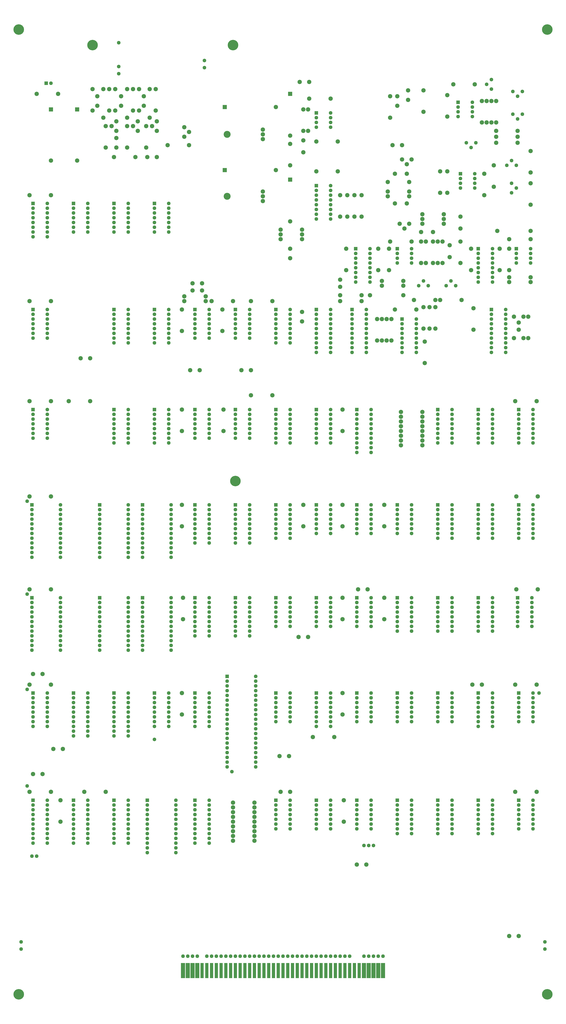
<source format=gbr>
G04 #@! TF.GenerationSoftware,KiCad,Pcbnew,(5.1.5)-3*
G04 #@! TF.CreationDate,2020-11-28T04:10:35-07:00*
G04 #@! TF.ProjectId,Star_Wars_Vector_PCB,53746172-5f57-4617-9273-5f566563746f,rev?*
G04 #@! TF.SameCoordinates,Original*
G04 #@! TF.FileFunction,Soldermask,Bot*
G04 #@! TF.FilePolarity,Negative*
%FSLAX46Y46*%
G04 Gerber Fmt 4.6, Leading zero omitted, Abs format (unit mm)*
G04 Created by KiCad (PCBNEW (5.1.5)-3) date 2020-11-28 04:10:35*
%MOMM*%
%LPD*%
G04 APERTURE LIST*
%ADD10C,5.607000*%
%ADD11C,1.924000*%
%ADD12R,1.924000X1.924000*%
%ADD13C,2.305000*%
%ADD14C,0.100000*%
%ADD15R,2.305000X2.305000*%
%ADD16C,3.702000*%
G04 APERTURE END LIST*
D10*
X30480000Y-567055000D03*
X312420000Y-567055000D03*
X146050000Y-293370000D03*
X30480000Y-52705000D03*
X69850000Y-60960000D03*
X144780000Y-60960000D03*
X312420000Y-52705000D03*
D11*
X34925000Y-304165000D03*
X34925000Y-353695000D03*
X144145000Y-448310000D03*
X102870000Y-431165000D03*
X307975000Y-406400000D03*
X34925000Y-404495000D03*
X40005000Y-493395000D03*
X37465000Y-493395000D03*
X125730000Y-546735000D03*
X123190000Y-546735000D03*
X219710000Y-487680000D03*
X214630000Y-487680000D03*
X217170000Y-487680000D03*
X214630000Y-546735000D03*
X217170000Y-546735000D03*
X146050000Y-546735000D03*
X148590000Y-546735000D03*
X151130000Y-546735000D03*
X153670000Y-546735000D03*
X156210000Y-546735000D03*
X158750000Y-546735000D03*
X161290000Y-546735000D03*
X163830000Y-546735000D03*
X166370000Y-546735000D03*
X168910000Y-546735000D03*
X171450000Y-546735000D03*
X173990000Y-546735000D03*
X176530000Y-546735000D03*
X179070000Y-546735000D03*
X181610000Y-546735000D03*
X184150000Y-546735000D03*
X143510000Y-546735000D03*
X140970000Y-546735000D03*
X138430000Y-546735000D03*
X135890000Y-546735000D03*
X133350000Y-546735000D03*
X130810000Y-546735000D03*
X186690000Y-546735000D03*
X189230000Y-546735000D03*
X191770000Y-546735000D03*
X194310000Y-546735000D03*
X196850000Y-546735000D03*
X199390000Y-546735000D03*
X201930000Y-546735000D03*
X204470000Y-546735000D03*
X207010000Y-546735000D03*
X34925000Y-455930000D03*
X129540000Y-73025000D03*
X129540000Y-69215000D03*
X83820000Y-59690000D03*
X83820000Y-76200000D03*
X83820000Y-72390000D03*
X219710000Y-546735000D03*
X120650000Y-546735000D03*
X118110000Y-546735000D03*
X31750000Y-542925000D03*
X31750000Y-539115000D03*
X222250000Y-546735000D03*
X224790000Y-546735000D03*
X297180000Y-471170000D03*
X297180000Y-468630000D03*
D12*
X297180000Y-463550000D03*
D11*
X297180000Y-466090000D03*
X297180000Y-473710000D03*
X297180000Y-476250000D03*
X297180000Y-478790000D03*
X304800000Y-478790000D03*
X304800000Y-476250000D03*
X304800000Y-473710000D03*
X304800000Y-471170000D03*
X304800000Y-468630000D03*
X304800000Y-466090000D03*
X304800000Y-463550000D03*
X275590000Y-471170000D03*
X275590000Y-468630000D03*
X275590000Y-466090000D03*
D12*
X275590000Y-463550000D03*
D11*
X275590000Y-473710000D03*
X275590000Y-476250000D03*
X275590000Y-478790000D03*
X275590000Y-481330000D03*
X283210000Y-481330000D03*
X283210000Y-478790000D03*
X283210000Y-476250000D03*
X283210000Y-473710000D03*
X283210000Y-471170000D03*
X283210000Y-468630000D03*
X283210000Y-466090000D03*
X283210000Y-463550000D03*
X254000000Y-471170000D03*
X254000000Y-468630000D03*
X254000000Y-466090000D03*
D12*
X254000000Y-463550000D03*
D11*
X254000000Y-473710000D03*
X254000000Y-476250000D03*
X254000000Y-478790000D03*
X254000000Y-481330000D03*
X261620000Y-481330000D03*
X261620000Y-478790000D03*
X261620000Y-476250000D03*
X261620000Y-473710000D03*
X261620000Y-471170000D03*
X261620000Y-468630000D03*
X261620000Y-466090000D03*
X261620000Y-463550000D03*
X232410000Y-471170000D03*
X232410000Y-468630000D03*
X232410000Y-466090000D03*
D12*
X232410000Y-463550000D03*
D11*
X232410000Y-473710000D03*
X232410000Y-476250000D03*
X232410000Y-478790000D03*
X232410000Y-481330000D03*
X240030000Y-481330000D03*
X240030000Y-478790000D03*
X240030000Y-476250000D03*
X240030000Y-473710000D03*
X240030000Y-471170000D03*
X240030000Y-468630000D03*
X240030000Y-466090000D03*
X240030000Y-463550000D03*
X210820000Y-471170000D03*
X210820000Y-468630000D03*
D12*
X210820000Y-463550000D03*
D11*
X210820000Y-466090000D03*
X210820000Y-473710000D03*
X210820000Y-476250000D03*
X210820000Y-478790000D03*
X218440000Y-478790000D03*
X218440000Y-476250000D03*
X218440000Y-473710000D03*
X218440000Y-471170000D03*
X218440000Y-468630000D03*
X218440000Y-466090000D03*
X218440000Y-463550000D03*
X189230000Y-471170000D03*
X189230000Y-468630000D03*
D12*
X189230000Y-463550000D03*
D11*
X189230000Y-466090000D03*
X189230000Y-473710000D03*
X189230000Y-476250000D03*
X189230000Y-478790000D03*
X196850000Y-478790000D03*
X196850000Y-476250000D03*
X196850000Y-473710000D03*
X196850000Y-471170000D03*
X196850000Y-468630000D03*
X196850000Y-466090000D03*
X196850000Y-463550000D03*
D12*
X124460000Y-463550000D03*
D11*
X124460000Y-466090000D03*
X124460000Y-468630000D03*
X124460000Y-471170000D03*
X124460000Y-473710000D03*
X124460000Y-476250000D03*
X124460000Y-478790000D03*
X124460000Y-481330000D03*
X124460000Y-483870000D03*
X124460000Y-486410000D03*
X132080000Y-486410000D03*
X132080000Y-483870000D03*
X132080000Y-481330000D03*
X132080000Y-478790000D03*
X132080000Y-476250000D03*
X132080000Y-473710000D03*
X132080000Y-471170000D03*
X132080000Y-468630000D03*
X132080000Y-466090000D03*
X132080000Y-463550000D03*
D12*
X99060000Y-463550000D03*
D11*
X99060000Y-466090000D03*
X99060000Y-468630000D03*
X99060000Y-471170000D03*
X99060000Y-473710000D03*
X99060000Y-476250000D03*
X99060000Y-478790000D03*
X99060000Y-481330000D03*
X99060000Y-483870000D03*
X99060000Y-486410000D03*
X99060000Y-488950000D03*
X99060000Y-491490000D03*
X114300000Y-491490000D03*
X114300000Y-488950000D03*
X114300000Y-486410000D03*
X114300000Y-483870000D03*
X114300000Y-481330000D03*
X114300000Y-478790000D03*
X114300000Y-476250000D03*
X114300000Y-473710000D03*
X114300000Y-471170000D03*
X114300000Y-468630000D03*
X114300000Y-466090000D03*
X114300000Y-463550000D03*
D12*
X81280000Y-463550000D03*
D11*
X81280000Y-466090000D03*
X81280000Y-468630000D03*
X81280000Y-471170000D03*
X81280000Y-473710000D03*
X81280000Y-476250000D03*
X81280000Y-478790000D03*
X81280000Y-481330000D03*
X81280000Y-483870000D03*
X81280000Y-486410000D03*
X88900000Y-486410000D03*
X88900000Y-483870000D03*
X88900000Y-481330000D03*
X88900000Y-478790000D03*
X88900000Y-476250000D03*
X88900000Y-473710000D03*
X88900000Y-471170000D03*
X88900000Y-468630000D03*
X88900000Y-466090000D03*
X88900000Y-463550000D03*
D12*
X59690000Y-463550000D03*
D11*
X59690000Y-466090000D03*
X59690000Y-468630000D03*
X59690000Y-471170000D03*
X59690000Y-473710000D03*
X59690000Y-476250000D03*
X59690000Y-478790000D03*
X59690000Y-481330000D03*
X59690000Y-483870000D03*
X59690000Y-486410000D03*
X67310000Y-486410000D03*
X67310000Y-483870000D03*
X67310000Y-481330000D03*
X67310000Y-478790000D03*
X67310000Y-476250000D03*
X67310000Y-473710000D03*
X67310000Y-471170000D03*
X67310000Y-468630000D03*
X67310000Y-466090000D03*
X67310000Y-463550000D03*
D12*
X38100000Y-463550000D03*
D11*
X38100000Y-466090000D03*
X38100000Y-468630000D03*
X38100000Y-471170000D03*
X38100000Y-473710000D03*
X38100000Y-476250000D03*
X38100000Y-478790000D03*
X38100000Y-481330000D03*
X38100000Y-483870000D03*
X38100000Y-486410000D03*
X45720000Y-486410000D03*
X45720000Y-483870000D03*
X45720000Y-481330000D03*
X45720000Y-478790000D03*
X45720000Y-476250000D03*
X45720000Y-473710000D03*
X45720000Y-471170000D03*
X45720000Y-468630000D03*
X45720000Y-466090000D03*
X45720000Y-463550000D03*
X297180000Y-414020000D03*
X297180000Y-411480000D03*
D12*
X297180000Y-406400000D03*
D11*
X297180000Y-408940000D03*
X297180000Y-416560000D03*
X297180000Y-419100000D03*
X297180000Y-421640000D03*
X304800000Y-421640000D03*
X304800000Y-419100000D03*
X304800000Y-416560000D03*
X304800000Y-414020000D03*
X304800000Y-411480000D03*
X304800000Y-408940000D03*
X304800000Y-406400000D03*
X275590000Y-414020000D03*
X275590000Y-411480000D03*
X275590000Y-408940000D03*
D12*
X275590000Y-406400000D03*
D11*
X275590000Y-416560000D03*
X275590000Y-419100000D03*
X275590000Y-421640000D03*
X275590000Y-424180000D03*
X283210000Y-424180000D03*
X283210000Y-421640000D03*
X283210000Y-419100000D03*
X283210000Y-416560000D03*
X283210000Y-414020000D03*
X283210000Y-411480000D03*
X283210000Y-408940000D03*
X283210000Y-406400000D03*
X254000000Y-414020000D03*
X254000000Y-411480000D03*
D12*
X254000000Y-406400000D03*
D11*
X254000000Y-408940000D03*
X254000000Y-416560000D03*
X254000000Y-419100000D03*
X254000000Y-421640000D03*
X261620000Y-421640000D03*
X261620000Y-419100000D03*
X261620000Y-416560000D03*
X261620000Y-414020000D03*
X261620000Y-411480000D03*
X261620000Y-408940000D03*
X261620000Y-406400000D03*
X232410000Y-414020000D03*
X232410000Y-411480000D03*
D12*
X232410000Y-406400000D03*
D11*
X232410000Y-408940000D03*
X232410000Y-416560000D03*
X232410000Y-419100000D03*
X232410000Y-421640000D03*
X240030000Y-421640000D03*
X240030000Y-419100000D03*
X240030000Y-416560000D03*
X240030000Y-414020000D03*
X240030000Y-411480000D03*
X240030000Y-408940000D03*
X240030000Y-406400000D03*
X210820000Y-414020000D03*
X210820000Y-411480000D03*
D12*
X210820000Y-406400000D03*
D11*
X210820000Y-408940000D03*
X210820000Y-416560000D03*
X210820000Y-419100000D03*
X210820000Y-421640000D03*
X218440000Y-421640000D03*
X218440000Y-419100000D03*
X218440000Y-416560000D03*
X218440000Y-414020000D03*
X218440000Y-411480000D03*
X218440000Y-408940000D03*
X218440000Y-406400000D03*
X189230000Y-414020000D03*
X189230000Y-411480000D03*
X189230000Y-408940000D03*
D12*
X189230000Y-406400000D03*
D11*
X189230000Y-416560000D03*
X189230000Y-419100000D03*
X189230000Y-421640000D03*
X189230000Y-424180000D03*
X196850000Y-424180000D03*
X196850000Y-421640000D03*
X196850000Y-419100000D03*
X196850000Y-416560000D03*
X196850000Y-414020000D03*
X196850000Y-411480000D03*
X196850000Y-408940000D03*
X196850000Y-406400000D03*
X167640000Y-414020000D03*
X167640000Y-411480000D03*
D12*
X167640000Y-406400000D03*
D11*
X167640000Y-408940000D03*
X167640000Y-416560000D03*
X167640000Y-419100000D03*
X167640000Y-421640000D03*
X175260000Y-421640000D03*
X175260000Y-419100000D03*
X175260000Y-416560000D03*
X175260000Y-414020000D03*
X175260000Y-411480000D03*
X175260000Y-408940000D03*
X175260000Y-406400000D03*
X156845000Y-427990000D03*
X156845000Y-430530000D03*
X156845000Y-433070000D03*
X156845000Y-435610000D03*
X156845000Y-438150000D03*
X156845000Y-440690000D03*
X156845000Y-443230000D03*
X156845000Y-445770000D03*
X141605000Y-445770000D03*
X141605000Y-443230000D03*
X141605000Y-440690000D03*
X141605000Y-438150000D03*
X141605000Y-435610000D03*
X141605000Y-433070000D03*
X141605000Y-430530000D03*
X141605000Y-427990000D03*
D12*
X141605000Y-397510000D03*
D11*
X141605000Y-400050000D03*
X141605000Y-402590000D03*
X141605000Y-405130000D03*
X141605000Y-407670000D03*
X141605000Y-410210000D03*
X141605000Y-412750000D03*
X141605000Y-415290000D03*
X141605000Y-417830000D03*
X141605000Y-420370000D03*
X141605000Y-422910000D03*
X141605000Y-425450000D03*
X156845000Y-425450000D03*
X156845000Y-422910000D03*
X156845000Y-420370000D03*
X156845000Y-417830000D03*
X156845000Y-415290000D03*
X156845000Y-412750000D03*
X156845000Y-410210000D03*
X156845000Y-407670000D03*
X156845000Y-405130000D03*
X156845000Y-402590000D03*
X156845000Y-400050000D03*
X156845000Y-397510000D03*
X124460000Y-414020000D03*
X124460000Y-411480000D03*
X124460000Y-408940000D03*
D12*
X124460000Y-406400000D03*
D11*
X124460000Y-416560000D03*
X124460000Y-419100000D03*
X124460000Y-421640000D03*
X124460000Y-424180000D03*
X132080000Y-424180000D03*
X132080000Y-421640000D03*
X132080000Y-419100000D03*
X132080000Y-416560000D03*
X132080000Y-414020000D03*
X132080000Y-411480000D03*
X132080000Y-408940000D03*
X132080000Y-406400000D03*
X102870000Y-414020000D03*
X102870000Y-411480000D03*
X102870000Y-408940000D03*
D12*
X102870000Y-406400000D03*
D11*
X102870000Y-416560000D03*
X102870000Y-419100000D03*
X102870000Y-421640000D03*
X102870000Y-424180000D03*
X110490000Y-424180000D03*
X110490000Y-421640000D03*
X110490000Y-419100000D03*
X110490000Y-416560000D03*
X110490000Y-414020000D03*
X110490000Y-411480000D03*
X110490000Y-408940000D03*
X110490000Y-406400000D03*
D12*
X81280000Y-406400000D03*
D11*
X81280000Y-408940000D03*
X81280000Y-411480000D03*
X81280000Y-414020000D03*
X81280000Y-416560000D03*
X81280000Y-419100000D03*
X81280000Y-421640000D03*
X81280000Y-424180000D03*
X81280000Y-426720000D03*
X81280000Y-429260000D03*
X88900000Y-429260000D03*
X88900000Y-426720000D03*
X88900000Y-424180000D03*
X88900000Y-421640000D03*
X88900000Y-419100000D03*
X88900000Y-416560000D03*
X88900000Y-414020000D03*
X88900000Y-411480000D03*
X88900000Y-408940000D03*
X88900000Y-406400000D03*
D12*
X59690000Y-406400000D03*
D11*
X59690000Y-408940000D03*
X59690000Y-411480000D03*
X59690000Y-414020000D03*
X59690000Y-416560000D03*
X59690000Y-419100000D03*
X59690000Y-421640000D03*
X59690000Y-424180000D03*
X59690000Y-426720000D03*
X59690000Y-429260000D03*
X67310000Y-429260000D03*
X67310000Y-426720000D03*
X67310000Y-424180000D03*
X67310000Y-421640000D03*
X67310000Y-419100000D03*
X67310000Y-416560000D03*
X67310000Y-414020000D03*
X67310000Y-411480000D03*
X67310000Y-408940000D03*
X67310000Y-406400000D03*
X38100000Y-414020000D03*
X38100000Y-411480000D03*
X38100000Y-408940000D03*
D12*
X38100000Y-406400000D03*
D11*
X38100000Y-416560000D03*
X38100000Y-419100000D03*
X38100000Y-421640000D03*
X38100000Y-424180000D03*
X45720000Y-424180000D03*
X45720000Y-421640000D03*
X45720000Y-419100000D03*
X45720000Y-416560000D03*
X45720000Y-414020000D03*
X45720000Y-411480000D03*
X45720000Y-408940000D03*
X45720000Y-406400000D03*
X296545000Y-363220000D03*
X296545000Y-360680000D03*
D12*
X296545000Y-355600000D03*
D11*
X296545000Y-358140000D03*
X296545000Y-365760000D03*
X296545000Y-368300000D03*
X296545000Y-370840000D03*
X304165000Y-370840000D03*
X304165000Y-368300000D03*
X304165000Y-365760000D03*
X304165000Y-363220000D03*
X304165000Y-360680000D03*
X304165000Y-358140000D03*
X304165000Y-355600000D03*
X275590000Y-363220000D03*
X275590000Y-360680000D03*
X275590000Y-358140000D03*
D12*
X275590000Y-355600000D03*
D11*
X275590000Y-365760000D03*
X275590000Y-368300000D03*
X275590000Y-370840000D03*
X275590000Y-373380000D03*
X283210000Y-373380000D03*
X283210000Y-370840000D03*
X283210000Y-368300000D03*
X283210000Y-365760000D03*
X283210000Y-363220000D03*
X283210000Y-360680000D03*
X283210000Y-358140000D03*
X283210000Y-355600000D03*
X254000000Y-363220000D03*
X254000000Y-360680000D03*
X254000000Y-358140000D03*
D12*
X254000000Y-355600000D03*
D11*
X254000000Y-365760000D03*
X254000000Y-368300000D03*
X254000000Y-370840000D03*
X254000000Y-373380000D03*
X261620000Y-373380000D03*
X261620000Y-370840000D03*
X261620000Y-368300000D03*
X261620000Y-365760000D03*
X261620000Y-363220000D03*
X261620000Y-360680000D03*
X261620000Y-358140000D03*
X261620000Y-355600000D03*
X232410000Y-363220000D03*
X232410000Y-360680000D03*
X232410000Y-358140000D03*
D12*
X232410000Y-355600000D03*
D11*
X232410000Y-365760000D03*
X232410000Y-368300000D03*
X232410000Y-370840000D03*
X232410000Y-373380000D03*
X240030000Y-373380000D03*
X240030000Y-370840000D03*
X240030000Y-368300000D03*
X240030000Y-365760000D03*
X240030000Y-363220000D03*
X240030000Y-360680000D03*
X240030000Y-358140000D03*
X240030000Y-355600000D03*
X210820000Y-363220000D03*
X210820000Y-360680000D03*
D12*
X210820000Y-355600000D03*
D11*
X210820000Y-358140000D03*
X210820000Y-365760000D03*
X210820000Y-368300000D03*
X210820000Y-370840000D03*
X218440000Y-370840000D03*
X218440000Y-368300000D03*
X218440000Y-365760000D03*
X218440000Y-363220000D03*
X218440000Y-360680000D03*
X218440000Y-358140000D03*
X218440000Y-355600000D03*
X189230000Y-363220000D03*
X189230000Y-360680000D03*
D12*
X189230000Y-355600000D03*
D11*
X189230000Y-358140000D03*
X189230000Y-365760000D03*
X189230000Y-368300000D03*
X189230000Y-370840000D03*
X196850000Y-370840000D03*
X196850000Y-368300000D03*
X196850000Y-365760000D03*
X196850000Y-363220000D03*
X196850000Y-360680000D03*
X196850000Y-358140000D03*
X196850000Y-355600000D03*
X167640000Y-363220000D03*
X167640000Y-360680000D03*
D12*
X167640000Y-355600000D03*
D11*
X167640000Y-358140000D03*
X167640000Y-365760000D03*
X167640000Y-368300000D03*
X167640000Y-370840000D03*
X175260000Y-370840000D03*
X175260000Y-368300000D03*
X175260000Y-365760000D03*
X175260000Y-363220000D03*
X175260000Y-360680000D03*
X175260000Y-358140000D03*
X175260000Y-355600000D03*
X146050000Y-365760000D03*
X146050000Y-363220000D03*
X146050000Y-360680000D03*
X146050000Y-358140000D03*
D12*
X146050000Y-355600000D03*
D11*
X146050000Y-368300000D03*
X146050000Y-370840000D03*
X146050000Y-373380000D03*
X146050000Y-375920000D03*
X153670000Y-375920000D03*
X153670000Y-373380000D03*
X153670000Y-370840000D03*
X153670000Y-368300000D03*
X153670000Y-365760000D03*
X153670000Y-363220000D03*
X153670000Y-360680000D03*
X153670000Y-358140000D03*
X153670000Y-355600000D03*
X124460000Y-365760000D03*
X124460000Y-363220000D03*
X124460000Y-360680000D03*
X124460000Y-358140000D03*
D12*
X124460000Y-355600000D03*
D11*
X124460000Y-368300000D03*
X124460000Y-370840000D03*
X124460000Y-373380000D03*
X124460000Y-375920000D03*
X132080000Y-375920000D03*
X132080000Y-373380000D03*
X132080000Y-370840000D03*
X132080000Y-368300000D03*
X132080000Y-365760000D03*
X132080000Y-363220000D03*
X132080000Y-360680000D03*
X132080000Y-358140000D03*
X132080000Y-355600000D03*
D12*
X96520000Y-355600000D03*
D11*
X96520000Y-358140000D03*
X96520000Y-360680000D03*
X96520000Y-363220000D03*
X96520000Y-365760000D03*
X96520000Y-368300000D03*
X96520000Y-370840000D03*
X96520000Y-373380000D03*
X96520000Y-375920000D03*
X96520000Y-378460000D03*
X96520000Y-381000000D03*
X96520000Y-383540000D03*
X111760000Y-383540000D03*
X111760000Y-381000000D03*
X111760000Y-378460000D03*
X111760000Y-375920000D03*
X111760000Y-373380000D03*
X111760000Y-370840000D03*
X111760000Y-368300000D03*
X111760000Y-365760000D03*
X111760000Y-363220000D03*
X111760000Y-360680000D03*
X111760000Y-358140000D03*
X111760000Y-355600000D03*
D12*
X73660000Y-355600000D03*
D11*
X73660000Y-358140000D03*
X73660000Y-360680000D03*
X73660000Y-363220000D03*
X73660000Y-365760000D03*
X73660000Y-368300000D03*
X73660000Y-370840000D03*
X73660000Y-373380000D03*
X73660000Y-375920000D03*
X73660000Y-378460000D03*
X73660000Y-381000000D03*
X73660000Y-383540000D03*
X88900000Y-383540000D03*
X88900000Y-381000000D03*
X88900000Y-378460000D03*
X88900000Y-375920000D03*
X88900000Y-373380000D03*
X88900000Y-370840000D03*
X88900000Y-368300000D03*
X88900000Y-365760000D03*
X88900000Y-363220000D03*
X88900000Y-360680000D03*
X88900000Y-358140000D03*
X88900000Y-355600000D03*
D12*
X37465000Y-355600000D03*
D11*
X37465000Y-358140000D03*
X37465000Y-360680000D03*
X37465000Y-363220000D03*
X37465000Y-365760000D03*
X37465000Y-368300000D03*
X37465000Y-370840000D03*
X37465000Y-373380000D03*
X37465000Y-375920000D03*
X37465000Y-378460000D03*
X37465000Y-381000000D03*
X37465000Y-383540000D03*
X52705000Y-383540000D03*
X52705000Y-381000000D03*
X52705000Y-378460000D03*
X52705000Y-375920000D03*
X52705000Y-373380000D03*
X52705000Y-370840000D03*
X52705000Y-368300000D03*
X52705000Y-365760000D03*
X52705000Y-363220000D03*
X52705000Y-360680000D03*
X52705000Y-358140000D03*
X52705000Y-355600000D03*
X297180000Y-313690000D03*
X297180000Y-311150000D03*
X297180000Y-308610000D03*
D12*
X297180000Y-306070000D03*
D11*
X297180000Y-316230000D03*
X297180000Y-318770000D03*
X297180000Y-321310000D03*
X297180000Y-323850000D03*
X304800000Y-323850000D03*
X304800000Y-321310000D03*
X304800000Y-318770000D03*
X304800000Y-316230000D03*
X304800000Y-313690000D03*
X304800000Y-311150000D03*
X304800000Y-308610000D03*
X304800000Y-306070000D03*
X275590000Y-313690000D03*
X275590000Y-311150000D03*
X275590000Y-308610000D03*
D12*
X275590000Y-306070000D03*
D11*
X275590000Y-316230000D03*
X275590000Y-318770000D03*
X275590000Y-321310000D03*
X275590000Y-323850000D03*
X283210000Y-323850000D03*
X283210000Y-321310000D03*
X283210000Y-318770000D03*
X283210000Y-316230000D03*
X283210000Y-313690000D03*
X283210000Y-311150000D03*
X283210000Y-308610000D03*
X283210000Y-306070000D03*
X254000000Y-313690000D03*
X254000000Y-311150000D03*
X254000000Y-308610000D03*
D12*
X254000000Y-306070000D03*
D11*
X254000000Y-316230000D03*
X254000000Y-318770000D03*
X254000000Y-321310000D03*
X254000000Y-323850000D03*
X261620000Y-323850000D03*
X261620000Y-321310000D03*
X261620000Y-318770000D03*
X261620000Y-316230000D03*
X261620000Y-313690000D03*
X261620000Y-311150000D03*
X261620000Y-308610000D03*
X261620000Y-306070000D03*
X232410000Y-313690000D03*
X232410000Y-311150000D03*
D12*
X232410000Y-306070000D03*
D11*
X232410000Y-308610000D03*
X232410000Y-316230000D03*
X232410000Y-318770000D03*
X232410000Y-321310000D03*
X240030000Y-321310000D03*
X240030000Y-318770000D03*
X240030000Y-316230000D03*
X240030000Y-313690000D03*
X240030000Y-311150000D03*
X240030000Y-308610000D03*
X240030000Y-306070000D03*
X210820000Y-313690000D03*
X210820000Y-311150000D03*
D12*
X210820000Y-306070000D03*
D11*
X210820000Y-308610000D03*
X210820000Y-316230000D03*
X210820000Y-318770000D03*
X210820000Y-321310000D03*
X218440000Y-321310000D03*
X218440000Y-318770000D03*
X218440000Y-316230000D03*
X218440000Y-313690000D03*
X218440000Y-311150000D03*
X218440000Y-308610000D03*
X218440000Y-306070000D03*
X189230000Y-313690000D03*
X189230000Y-311150000D03*
D12*
X189230000Y-306070000D03*
D11*
X189230000Y-308610000D03*
X189230000Y-316230000D03*
X189230000Y-318770000D03*
X189230000Y-321310000D03*
X196850000Y-321310000D03*
X196850000Y-318770000D03*
X196850000Y-316230000D03*
X196850000Y-313690000D03*
X196850000Y-311150000D03*
X196850000Y-308610000D03*
X196850000Y-306070000D03*
X167640000Y-313690000D03*
X167640000Y-311150000D03*
X167640000Y-308610000D03*
D12*
X167640000Y-306070000D03*
D11*
X167640000Y-316230000D03*
X167640000Y-318770000D03*
X167640000Y-321310000D03*
X167640000Y-323850000D03*
X175260000Y-323850000D03*
X175260000Y-321310000D03*
X175260000Y-318770000D03*
X175260000Y-316230000D03*
X175260000Y-313690000D03*
X175260000Y-311150000D03*
X175260000Y-308610000D03*
X175260000Y-306070000D03*
X146050000Y-316230000D03*
X146050000Y-313690000D03*
X146050000Y-311150000D03*
X146050000Y-308610000D03*
D12*
X146050000Y-306070000D03*
D11*
X146050000Y-318770000D03*
X146050000Y-321310000D03*
X146050000Y-323850000D03*
X146050000Y-326390000D03*
X153670000Y-326390000D03*
X153670000Y-323850000D03*
X153670000Y-321310000D03*
X153670000Y-318770000D03*
X153670000Y-316230000D03*
X153670000Y-313690000D03*
X153670000Y-311150000D03*
X153670000Y-308610000D03*
X153670000Y-306070000D03*
X124460000Y-316230000D03*
X124460000Y-313690000D03*
X124460000Y-311150000D03*
X124460000Y-308610000D03*
D12*
X124460000Y-306070000D03*
D11*
X124460000Y-318770000D03*
X124460000Y-321310000D03*
X124460000Y-323850000D03*
X124460000Y-326390000D03*
X132080000Y-326390000D03*
X132080000Y-323850000D03*
X132080000Y-321310000D03*
X132080000Y-318770000D03*
X132080000Y-316230000D03*
X132080000Y-313690000D03*
X132080000Y-311150000D03*
X132080000Y-308610000D03*
X132080000Y-306070000D03*
D12*
X96520000Y-306070000D03*
D11*
X96520000Y-308610000D03*
X96520000Y-311150000D03*
X96520000Y-313690000D03*
X96520000Y-316230000D03*
X96520000Y-318770000D03*
X96520000Y-321310000D03*
X96520000Y-323850000D03*
X96520000Y-326390000D03*
X96520000Y-328930000D03*
X96520000Y-331470000D03*
X96520000Y-334010000D03*
X111760000Y-334010000D03*
X111760000Y-331470000D03*
X111760000Y-328930000D03*
X111760000Y-326390000D03*
X111760000Y-323850000D03*
X111760000Y-321310000D03*
X111760000Y-318770000D03*
X111760000Y-316230000D03*
X111760000Y-313690000D03*
X111760000Y-311150000D03*
X111760000Y-308610000D03*
X111760000Y-306070000D03*
D12*
X73660000Y-306070000D03*
D11*
X73660000Y-308610000D03*
X73660000Y-311150000D03*
X73660000Y-313690000D03*
X73660000Y-316230000D03*
X73660000Y-318770000D03*
X73660000Y-321310000D03*
X73660000Y-323850000D03*
X73660000Y-326390000D03*
X73660000Y-328930000D03*
X73660000Y-331470000D03*
X73660000Y-334010000D03*
X88900000Y-334010000D03*
X88900000Y-331470000D03*
X88900000Y-328930000D03*
X88900000Y-326390000D03*
X88900000Y-323850000D03*
X88900000Y-321310000D03*
X88900000Y-318770000D03*
X88900000Y-316230000D03*
X88900000Y-313690000D03*
X88900000Y-311150000D03*
X88900000Y-308610000D03*
X88900000Y-306070000D03*
D12*
X37465000Y-306070000D03*
D11*
X37465000Y-308610000D03*
X37465000Y-311150000D03*
X37465000Y-313690000D03*
X37465000Y-316230000D03*
X37465000Y-318770000D03*
X37465000Y-321310000D03*
X37465000Y-323850000D03*
X37465000Y-326390000D03*
X37465000Y-328930000D03*
X37465000Y-331470000D03*
X37465000Y-334010000D03*
X52705000Y-334010000D03*
X52705000Y-331470000D03*
X52705000Y-328930000D03*
X52705000Y-326390000D03*
X52705000Y-323850000D03*
X52705000Y-321310000D03*
X52705000Y-318770000D03*
X52705000Y-316230000D03*
X52705000Y-313690000D03*
X52705000Y-311150000D03*
X52705000Y-308610000D03*
X52705000Y-306070000D03*
X297180000Y-262890000D03*
X297180000Y-260350000D03*
X297180000Y-257810000D03*
D12*
X297180000Y-255270000D03*
D11*
X297180000Y-265430000D03*
X297180000Y-267970000D03*
X297180000Y-270510000D03*
X297180000Y-273050000D03*
X304800000Y-273050000D03*
X304800000Y-270510000D03*
X304800000Y-267970000D03*
X304800000Y-265430000D03*
X304800000Y-262890000D03*
X304800000Y-260350000D03*
X304800000Y-257810000D03*
X304800000Y-255270000D03*
X275590000Y-262890000D03*
X275590000Y-260350000D03*
X275590000Y-257810000D03*
D12*
X275590000Y-255270000D03*
D11*
X275590000Y-265430000D03*
X275590000Y-267970000D03*
X275590000Y-270510000D03*
X275590000Y-273050000D03*
X283210000Y-273050000D03*
X283210000Y-270510000D03*
X283210000Y-267970000D03*
X283210000Y-265430000D03*
X283210000Y-262890000D03*
X283210000Y-260350000D03*
X283210000Y-257810000D03*
X283210000Y-255270000D03*
X254000000Y-262890000D03*
X254000000Y-260350000D03*
X254000000Y-257810000D03*
D12*
X254000000Y-255270000D03*
D11*
X254000000Y-265430000D03*
X254000000Y-267970000D03*
X254000000Y-270510000D03*
X254000000Y-273050000D03*
X261620000Y-273050000D03*
X261620000Y-270510000D03*
X261620000Y-267970000D03*
X261620000Y-265430000D03*
X261620000Y-262890000D03*
X261620000Y-260350000D03*
X261620000Y-257810000D03*
X261620000Y-255270000D03*
D12*
X210820000Y-255270000D03*
D11*
X210820000Y-257810000D03*
X210820000Y-260350000D03*
X210820000Y-262890000D03*
X210820000Y-265430000D03*
X210820000Y-267970000D03*
X210820000Y-270510000D03*
X210820000Y-273050000D03*
X210820000Y-275590000D03*
X210820000Y-278130000D03*
X218440000Y-278130000D03*
X218440000Y-275590000D03*
X218440000Y-273050000D03*
X218440000Y-270510000D03*
X218440000Y-267970000D03*
X218440000Y-265430000D03*
X218440000Y-262890000D03*
X218440000Y-260350000D03*
X218440000Y-257810000D03*
X218440000Y-255270000D03*
X189230000Y-262890000D03*
X189230000Y-260350000D03*
X189230000Y-257810000D03*
D12*
X189230000Y-255270000D03*
D11*
X189230000Y-265430000D03*
X189230000Y-267970000D03*
X189230000Y-270510000D03*
X189230000Y-273050000D03*
X196850000Y-273050000D03*
X196850000Y-270510000D03*
X196850000Y-267970000D03*
X196850000Y-265430000D03*
X196850000Y-262890000D03*
X196850000Y-260350000D03*
X196850000Y-257810000D03*
X196850000Y-255270000D03*
X167640000Y-262890000D03*
X167640000Y-260350000D03*
X167640000Y-257810000D03*
D12*
X167640000Y-255270000D03*
D11*
X167640000Y-265430000D03*
X167640000Y-267970000D03*
X167640000Y-270510000D03*
X167640000Y-273050000D03*
X175260000Y-273050000D03*
X175260000Y-270510000D03*
X175260000Y-267970000D03*
X175260000Y-265430000D03*
X175260000Y-262890000D03*
X175260000Y-260350000D03*
X175260000Y-257810000D03*
X175260000Y-255270000D03*
X146050000Y-262890000D03*
X146050000Y-260350000D03*
D12*
X146050000Y-255270000D03*
D11*
X146050000Y-257810000D03*
X146050000Y-265430000D03*
X146050000Y-267970000D03*
X146050000Y-270510000D03*
X153670000Y-270510000D03*
X153670000Y-267970000D03*
X153670000Y-265430000D03*
X153670000Y-262890000D03*
X153670000Y-260350000D03*
X153670000Y-257810000D03*
X153670000Y-255270000D03*
X124460000Y-262890000D03*
X124460000Y-260350000D03*
D12*
X124460000Y-255270000D03*
D11*
X124460000Y-257810000D03*
X124460000Y-265430000D03*
X124460000Y-267970000D03*
X124460000Y-270510000D03*
X132080000Y-270510000D03*
X132080000Y-267970000D03*
X132080000Y-265430000D03*
X132080000Y-262890000D03*
X132080000Y-260350000D03*
X132080000Y-257810000D03*
X132080000Y-255270000D03*
X102870000Y-262890000D03*
X102870000Y-260350000D03*
X102870000Y-257810000D03*
D12*
X102870000Y-255270000D03*
D11*
X102870000Y-265430000D03*
X102870000Y-267970000D03*
X102870000Y-270510000D03*
X102870000Y-273050000D03*
X110490000Y-273050000D03*
X110490000Y-270510000D03*
X110490000Y-267970000D03*
X110490000Y-265430000D03*
X110490000Y-262890000D03*
X110490000Y-260350000D03*
X110490000Y-257810000D03*
X110490000Y-255270000D03*
X81280000Y-262890000D03*
X81280000Y-260350000D03*
X81280000Y-257810000D03*
D12*
X81280000Y-255270000D03*
D11*
X81280000Y-265430000D03*
X81280000Y-267970000D03*
X81280000Y-270510000D03*
X81280000Y-273050000D03*
X88900000Y-273050000D03*
X88900000Y-270510000D03*
X88900000Y-267970000D03*
X88900000Y-265430000D03*
X88900000Y-262890000D03*
X88900000Y-260350000D03*
X88900000Y-257810000D03*
X88900000Y-255270000D03*
X38100000Y-262890000D03*
X38100000Y-260350000D03*
D12*
X38100000Y-255270000D03*
D11*
X38100000Y-257810000D03*
X38100000Y-265430000D03*
X38100000Y-267970000D03*
X38100000Y-270510000D03*
X45720000Y-270510000D03*
X45720000Y-267970000D03*
X45720000Y-265430000D03*
X45720000Y-262890000D03*
X45720000Y-260350000D03*
X45720000Y-257810000D03*
X45720000Y-255270000D03*
D12*
X282575000Y-201930000D03*
D11*
X282575000Y-204470000D03*
X282575000Y-207010000D03*
X282575000Y-209550000D03*
X282575000Y-212090000D03*
X282575000Y-214630000D03*
X282575000Y-217170000D03*
X282575000Y-219710000D03*
X282575000Y-222250000D03*
X282575000Y-224790000D03*
X290195000Y-224790000D03*
X290195000Y-222250000D03*
X290195000Y-219710000D03*
X290195000Y-217170000D03*
X290195000Y-214630000D03*
X290195000Y-212090000D03*
X290195000Y-209550000D03*
X290195000Y-207010000D03*
X290195000Y-204470000D03*
X290195000Y-201930000D03*
X242570000Y-207010000D03*
X242570000Y-209550000D03*
X242570000Y-212090000D03*
X242570000Y-214630000D03*
X242570000Y-217170000D03*
X242570000Y-219710000D03*
X242570000Y-222250000D03*
X242570000Y-224790000D03*
X234950000Y-224790000D03*
X234950000Y-222250000D03*
X234950000Y-219710000D03*
X234950000Y-217170000D03*
D12*
X234950000Y-207010000D03*
D11*
X234950000Y-209550000D03*
X234950000Y-212090000D03*
X234950000Y-214630000D03*
D12*
X208280000Y-201930000D03*
D11*
X208280000Y-204470000D03*
X208280000Y-207010000D03*
X208280000Y-209550000D03*
X208280000Y-212090000D03*
X208280000Y-214630000D03*
X208280000Y-217170000D03*
X208280000Y-219710000D03*
X208280000Y-222250000D03*
X208280000Y-224790000D03*
X215900000Y-224790000D03*
X215900000Y-222250000D03*
X215900000Y-219710000D03*
X215900000Y-217170000D03*
X215900000Y-214630000D03*
X215900000Y-212090000D03*
X215900000Y-209550000D03*
X215900000Y-207010000D03*
X215900000Y-204470000D03*
X215900000Y-201930000D03*
D12*
X189230000Y-201930000D03*
D11*
X189230000Y-204470000D03*
X189230000Y-207010000D03*
X189230000Y-209550000D03*
X189230000Y-212090000D03*
X189230000Y-214630000D03*
X189230000Y-217170000D03*
X189230000Y-219710000D03*
X189230000Y-222250000D03*
X189230000Y-224790000D03*
X196850000Y-224790000D03*
X196850000Y-222250000D03*
X196850000Y-219710000D03*
X196850000Y-217170000D03*
X196850000Y-214630000D03*
X196850000Y-212090000D03*
X196850000Y-209550000D03*
X196850000Y-207010000D03*
X196850000Y-204470000D03*
X196850000Y-201930000D03*
X167640000Y-209550000D03*
X167640000Y-207010000D03*
X167640000Y-204470000D03*
D12*
X167640000Y-201930000D03*
D11*
X167640000Y-212090000D03*
X167640000Y-214630000D03*
X167640000Y-217170000D03*
X167640000Y-219710000D03*
X175260000Y-219710000D03*
X175260000Y-217170000D03*
X175260000Y-214630000D03*
X175260000Y-212090000D03*
X175260000Y-209550000D03*
X175260000Y-207010000D03*
X175260000Y-204470000D03*
X175260000Y-201930000D03*
X146050000Y-209550000D03*
X146050000Y-207010000D03*
D12*
X146050000Y-201930000D03*
D11*
X146050000Y-204470000D03*
X146050000Y-212090000D03*
X146050000Y-214630000D03*
X146050000Y-217170000D03*
X153670000Y-217170000D03*
X153670000Y-214630000D03*
X153670000Y-212090000D03*
X153670000Y-209550000D03*
X153670000Y-207010000D03*
X153670000Y-204470000D03*
X153670000Y-201930000D03*
X124460000Y-209550000D03*
X124460000Y-207010000D03*
D12*
X124460000Y-201930000D03*
D11*
X124460000Y-204470000D03*
X124460000Y-212090000D03*
X124460000Y-214630000D03*
X124460000Y-217170000D03*
X132080000Y-217170000D03*
X132080000Y-214630000D03*
X132080000Y-212090000D03*
X132080000Y-209550000D03*
X132080000Y-207010000D03*
X132080000Y-204470000D03*
X132080000Y-201930000D03*
X102870000Y-209550000D03*
X102870000Y-207010000D03*
X102870000Y-204470000D03*
D12*
X102870000Y-201930000D03*
D11*
X102870000Y-212090000D03*
X102870000Y-214630000D03*
X102870000Y-217170000D03*
X102870000Y-219710000D03*
X110490000Y-219710000D03*
X110490000Y-217170000D03*
X110490000Y-214630000D03*
X110490000Y-212090000D03*
X110490000Y-209550000D03*
X110490000Y-207010000D03*
X110490000Y-204470000D03*
X110490000Y-201930000D03*
X81280000Y-209550000D03*
X81280000Y-207010000D03*
X81280000Y-204470000D03*
D12*
X81280000Y-201930000D03*
D11*
X81280000Y-212090000D03*
X81280000Y-214630000D03*
X81280000Y-217170000D03*
X81280000Y-219710000D03*
X88900000Y-219710000D03*
X88900000Y-217170000D03*
X88900000Y-214630000D03*
X88900000Y-212090000D03*
X88900000Y-209550000D03*
X88900000Y-207010000D03*
X88900000Y-204470000D03*
X88900000Y-201930000D03*
X38100000Y-209550000D03*
X38100000Y-207010000D03*
D12*
X38100000Y-201930000D03*
D11*
X38100000Y-204470000D03*
X38100000Y-212090000D03*
X38100000Y-214630000D03*
X38100000Y-217170000D03*
X45720000Y-217170000D03*
X45720000Y-214630000D03*
X45720000Y-212090000D03*
X45720000Y-209550000D03*
X45720000Y-207010000D03*
X45720000Y-204470000D03*
X45720000Y-201930000D03*
X295910000Y-172085000D03*
D12*
X295910000Y-169545000D03*
D11*
X295910000Y-174625000D03*
X295910000Y-177165000D03*
X303530000Y-177165000D03*
X303530000Y-174625000D03*
X303530000Y-172085000D03*
X303530000Y-169545000D03*
X275590000Y-177165000D03*
X275590000Y-174625000D03*
X275590000Y-172085000D03*
D12*
X275590000Y-169545000D03*
D11*
X275590000Y-179705000D03*
X275590000Y-182245000D03*
X275590000Y-184785000D03*
X275590000Y-187325000D03*
X283210000Y-187325000D03*
X283210000Y-184785000D03*
X283210000Y-182245000D03*
X283210000Y-179705000D03*
X283210000Y-177165000D03*
X283210000Y-174625000D03*
X283210000Y-172085000D03*
X283210000Y-169545000D03*
X232410000Y-172085000D03*
D12*
X232410000Y-169545000D03*
D11*
X232410000Y-174625000D03*
X232410000Y-177165000D03*
X240030000Y-177165000D03*
X240030000Y-174625000D03*
X240030000Y-172085000D03*
X240030000Y-169545000D03*
X210185000Y-177165000D03*
X210185000Y-174625000D03*
X210185000Y-172085000D03*
D12*
X210185000Y-169545000D03*
D11*
X210185000Y-179705000D03*
X210185000Y-182245000D03*
X210185000Y-184785000D03*
X210185000Y-187325000D03*
X217805000Y-187325000D03*
X217805000Y-184785000D03*
X217805000Y-182245000D03*
X217805000Y-179705000D03*
X217805000Y-177165000D03*
X217805000Y-174625000D03*
X217805000Y-172085000D03*
X217805000Y-169545000D03*
X266065000Y-132080000D03*
D12*
X266065000Y-129540000D03*
D11*
X266065000Y-134620000D03*
X266065000Y-137160000D03*
X273685000Y-137160000D03*
X273685000Y-134620000D03*
X273685000Y-132080000D03*
X273685000Y-129540000D03*
X264795000Y-93980000D03*
D12*
X264795000Y-91440000D03*
D11*
X264795000Y-96520000D03*
X264795000Y-99060000D03*
X272415000Y-99060000D03*
X272415000Y-96520000D03*
X272415000Y-93980000D03*
X272415000Y-91440000D03*
X189230000Y-143510000D03*
X189230000Y-140970000D03*
X189230000Y-138430000D03*
D12*
X189230000Y-135890000D03*
D11*
X189230000Y-146050000D03*
X189230000Y-148590000D03*
X189230000Y-151130000D03*
X189230000Y-153670000D03*
X196850000Y-153670000D03*
X196850000Y-151130000D03*
X196850000Y-148590000D03*
X196850000Y-146050000D03*
X196850000Y-143510000D03*
X196850000Y-140970000D03*
X196850000Y-138430000D03*
X196850000Y-135890000D03*
X189230000Y-99695000D03*
D12*
X189230000Y-97155000D03*
D11*
X189230000Y-102235000D03*
X189230000Y-104775000D03*
X196850000Y-104775000D03*
X196850000Y-102235000D03*
X196850000Y-99695000D03*
X196850000Y-97155000D03*
X102870000Y-153035000D03*
X102870000Y-150495000D03*
D12*
X102870000Y-145415000D03*
D11*
X102870000Y-147955000D03*
X102870000Y-155575000D03*
X102870000Y-158115000D03*
X102870000Y-160655000D03*
X110490000Y-160655000D03*
X110490000Y-158115000D03*
X110490000Y-155575000D03*
X110490000Y-153035000D03*
X110490000Y-150495000D03*
X110490000Y-147955000D03*
X110490000Y-145415000D03*
X81280000Y-153035000D03*
X81280000Y-150495000D03*
D12*
X81280000Y-145415000D03*
D11*
X81280000Y-147955000D03*
X81280000Y-155575000D03*
X81280000Y-158115000D03*
X81280000Y-160655000D03*
X88900000Y-160655000D03*
X88900000Y-158115000D03*
X88900000Y-155575000D03*
X88900000Y-153035000D03*
X88900000Y-150495000D03*
X88900000Y-147955000D03*
X88900000Y-145415000D03*
X59690000Y-153035000D03*
X59690000Y-150495000D03*
D12*
X59690000Y-145415000D03*
D11*
X59690000Y-147955000D03*
X59690000Y-155575000D03*
X59690000Y-158115000D03*
X59690000Y-160655000D03*
X67310000Y-160655000D03*
X67310000Y-158115000D03*
X67310000Y-155575000D03*
X67310000Y-153035000D03*
X67310000Y-150495000D03*
X67310000Y-147955000D03*
X67310000Y-145415000D03*
X38100000Y-153035000D03*
X38100000Y-150495000D03*
X38100000Y-147955000D03*
D12*
X38100000Y-145415000D03*
D11*
X38100000Y-155575000D03*
X38100000Y-158115000D03*
X38100000Y-160655000D03*
X38100000Y-163195000D03*
X45720000Y-163195000D03*
X45720000Y-160655000D03*
X45720000Y-158115000D03*
X45720000Y-155575000D03*
X45720000Y-153035000D03*
X45720000Y-150495000D03*
X45720000Y-147955000D03*
X45720000Y-145415000D03*
X311150000Y-539115000D03*
X311150000Y-542925000D03*
D13*
X297180000Y-535940000D03*
X292100000Y-535940000D03*
X215900000Y-497840000D03*
X210820000Y-497840000D03*
X170180000Y-459105000D03*
X175260000Y-459105000D03*
X43180000Y-449580000D03*
X38100000Y-449580000D03*
X53975000Y-436245000D03*
X48895000Y-436245000D03*
X169545000Y-440055000D03*
X174625000Y-440055000D03*
X156210000Y-464820000D03*
X144780000Y-464820000D03*
X144780000Y-467360000D03*
X156210000Y-467360000D03*
X144780000Y-482600000D03*
X156210000Y-482600000D03*
X156210000Y-469900000D03*
X144780000Y-469900000D03*
X144780000Y-472440000D03*
X156210000Y-472440000D03*
X156210000Y-474980000D03*
X144780000Y-474980000D03*
X144780000Y-477520000D03*
X156210000Y-477520000D03*
X156210000Y-480060000D03*
X144780000Y-480060000D03*
X156210000Y-485140000D03*
X144780000Y-485140000D03*
X52705000Y-463550000D03*
X52705000Y-474980000D03*
X36195000Y-459105000D03*
X47625000Y-459105000D03*
X203835000Y-463550000D03*
X203835000Y-474980000D03*
X306705000Y-459105000D03*
X295275000Y-459105000D03*
X76835000Y-459105000D03*
X65405000Y-459105000D03*
X187325000Y-429895000D03*
X198755000Y-429895000D03*
D14*
G36*
X132515000Y-558365000D02*
G01*
X132515000Y-550345000D01*
X134185000Y-550345000D01*
X134185000Y-558365000D01*
X132515000Y-558365000D01*
G37*
G36*
X129975000Y-558365000D02*
G01*
X129975000Y-550345000D01*
X131645000Y-550345000D01*
X131645000Y-558365000D01*
X129975000Y-558365000D01*
G37*
G36*
X127435000Y-558365000D02*
G01*
X127435000Y-550345000D01*
X129105000Y-550345000D01*
X129105000Y-558365000D01*
X127435000Y-558365000D01*
G37*
G36*
X124641000Y-558365000D02*
G01*
X124641000Y-550345000D01*
X126819000Y-550345000D01*
X126819000Y-558365000D01*
X124641000Y-558365000D01*
G37*
G36*
X122101000Y-558365000D02*
G01*
X122101000Y-550345000D01*
X124279000Y-550345000D01*
X124279000Y-558365000D01*
X122101000Y-558365000D01*
G37*
G36*
X119561000Y-558365000D02*
G01*
X119561000Y-550345000D01*
X121739000Y-550345000D01*
X121739000Y-558365000D01*
X119561000Y-558365000D01*
G37*
G36*
X117021000Y-558365000D02*
G01*
X117021000Y-550345000D01*
X119199000Y-550345000D01*
X119199000Y-558365000D01*
X117021000Y-558365000D01*
G37*
G36*
X135055000Y-558365000D02*
G01*
X135055000Y-550345000D01*
X136725000Y-550345000D01*
X136725000Y-558365000D01*
X135055000Y-558365000D01*
G37*
G36*
X137595000Y-558365000D02*
G01*
X137595000Y-550345000D01*
X139265000Y-550345000D01*
X139265000Y-558365000D01*
X137595000Y-558365000D01*
G37*
G36*
X140135000Y-558365000D02*
G01*
X140135000Y-550345000D01*
X141805000Y-550345000D01*
X141805000Y-558365000D01*
X140135000Y-558365000D01*
G37*
G36*
X142675000Y-558365000D02*
G01*
X142675000Y-550345000D01*
X144345000Y-550345000D01*
X144345000Y-558365000D01*
X142675000Y-558365000D01*
G37*
G36*
X145215000Y-558365000D02*
G01*
X145215000Y-550345000D01*
X146885000Y-550345000D01*
X146885000Y-558365000D01*
X145215000Y-558365000D01*
G37*
G36*
X147755000Y-558365000D02*
G01*
X147755000Y-550345000D01*
X149425000Y-550345000D01*
X149425000Y-558365000D01*
X147755000Y-558365000D01*
G37*
G36*
X150295000Y-558365000D02*
G01*
X150295000Y-550345000D01*
X151965000Y-550345000D01*
X151965000Y-558365000D01*
X150295000Y-558365000D01*
G37*
G36*
X152835000Y-558365000D02*
G01*
X152835000Y-550345000D01*
X154505000Y-550345000D01*
X154505000Y-558365000D01*
X152835000Y-558365000D01*
G37*
G36*
X155375000Y-558365000D02*
G01*
X155375000Y-550345000D01*
X157045000Y-550345000D01*
X157045000Y-558365000D01*
X155375000Y-558365000D01*
G37*
G36*
X157915000Y-558365000D02*
G01*
X157915000Y-550345000D01*
X159585000Y-550345000D01*
X159585000Y-558365000D01*
X157915000Y-558365000D01*
G37*
G36*
X160455000Y-558365000D02*
G01*
X160455000Y-550345000D01*
X162125000Y-550345000D01*
X162125000Y-558365000D01*
X160455000Y-558365000D01*
G37*
G36*
X223701000Y-558365000D02*
G01*
X223701000Y-550345000D01*
X225879000Y-550345000D01*
X225879000Y-558365000D01*
X223701000Y-558365000D01*
G37*
G36*
X221161000Y-558365000D02*
G01*
X221161000Y-550345000D01*
X223339000Y-550345000D01*
X223339000Y-558365000D01*
X221161000Y-558365000D01*
G37*
G36*
X218621000Y-558365000D02*
G01*
X218621000Y-550345000D01*
X220799000Y-550345000D01*
X220799000Y-558365000D01*
X218621000Y-558365000D01*
G37*
G36*
X216081000Y-558365000D02*
G01*
X216081000Y-550345000D01*
X218259000Y-550345000D01*
X218259000Y-558365000D01*
X216081000Y-558365000D01*
G37*
G36*
X213541000Y-558365000D02*
G01*
X213541000Y-550345000D01*
X215719000Y-550345000D01*
X215719000Y-558365000D01*
X213541000Y-558365000D01*
G37*
G36*
X211255000Y-558365000D02*
G01*
X211255000Y-550345000D01*
X212925000Y-550345000D01*
X212925000Y-558365000D01*
X211255000Y-558365000D01*
G37*
G36*
X208715000Y-558365000D02*
G01*
X208715000Y-550345000D01*
X210385000Y-550345000D01*
X210385000Y-558365000D01*
X208715000Y-558365000D01*
G37*
G36*
X206175000Y-558365000D02*
G01*
X206175000Y-550345000D01*
X207845000Y-550345000D01*
X207845000Y-558365000D01*
X206175000Y-558365000D01*
G37*
G36*
X203635000Y-558365000D02*
G01*
X203635000Y-550345000D01*
X205305000Y-550345000D01*
X205305000Y-558365000D01*
X203635000Y-558365000D01*
G37*
G36*
X201095000Y-558365000D02*
G01*
X201095000Y-550345000D01*
X202765000Y-550345000D01*
X202765000Y-558365000D01*
X201095000Y-558365000D01*
G37*
G36*
X198555000Y-558365000D02*
G01*
X198555000Y-550345000D01*
X200225000Y-550345000D01*
X200225000Y-558365000D01*
X198555000Y-558365000D01*
G37*
G36*
X196015000Y-558365000D02*
G01*
X196015000Y-550345000D01*
X197685000Y-550345000D01*
X197685000Y-558365000D01*
X196015000Y-558365000D01*
G37*
G36*
X193475000Y-558365000D02*
G01*
X193475000Y-550345000D01*
X195145000Y-550345000D01*
X195145000Y-558365000D01*
X193475000Y-558365000D01*
G37*
G36*
X190935000Y-558365000D02*
G01*
X190935000Y-550345000D01*
X192605000Y-550345000D01*
X192605000Y-558365000D01*
X190935000Y-558365000D01*
G37*
G36*
X188395000Y-558365000D02*
G01*
X188395000Y-550345000D01*
X190065000Y-550345000D01*
X190065000Y-558365000D01*
X188395000Y-558365000D01*
G37*
G36*
X185855000Y-558365000D02*
G01*
X185855000Y-550345000D01*
X187525000Y-550345000D01*
X187525000Y-558365000D01*
X185855000Y-558365000D01*
G37*
G36*
X183315000Y-558365000D02*
G01*
X183315000Y-550345000D01*
X184985000Y-550345000D01*
X184985000Y-558365000D01*
X183315000Y-558365000D01*
G37*
G36*
X180775000Y-558365000D02*
G01*
X180775000Y-550345000D01*
X182445000Y-550345000D01*
X182445000Y-558365000D01*
X180775000Y-558365000D01*
G37*
G36*
X178235000Y-558365000D02*
G01*
X178235000Y-550345000D01*
X179905000Y-550345000D01*
X179905000Y-558365000D01*
X178235000Y-558365000D01*
G37*
G36*
X175695000Y-558365000D02*
G01*
X175695000Y-550345000D01*
X177365000Y-550345000D01*
X177365000Y-558365000D01*
X175695000Y-558365000D01*
G37*
G36*
X173155000Y-558365000D02*
G01*
X173155000Y-550345000D01*
X174825000Y-550345000D01*
X174825000Y-558365000D01*
X173155000Y-558365000D01*
G37*
G36*
X170615000Y-558365000D02*
G01*
X170615000Y-550345000D01*
X172285000Y-550345000D01*
X172285000Y-558365000D01*
X170615000Y-558365000D01*
G37*
G36*
X168075000Y-558365000D02*
G01*
X168075000Y-550345000D01*
X169745000Y-550345000D01*
X169745000Y-558365000D01*
X168075000Y-558365000D01*
G37*
G36*
X165535000Y-558365000D02*
G01*
X165535000Y-550345000D01*
X167205000Y-550345000D01*
X167205000Y-558365000D01*
X165535000Y-558365000D01*
G37*
G36*
X162995000Y-558365000D02*
G01*
X162995000Y-550345000D01*
X164665000Y-550345000D01*
X164665000Y-558365000D01*
X162995000Y-558365000D01*
G37*
D13*
X277495000Y-401955000D03*
X272415000Y-401955000D03*
X225425000Y-355600000D03*
X225425000Y-367030000D03*
X203200000Y-306070000D03*
X203200000Y-317500000D03*
X225425000Y-317500000D03*
X225425000Y-306070000D03*
X47625000Y-401955000D03*
X36195000Y-401955000D03*
X117475000Y-406400000D03*
X117475000Y-417830000D03*
X203200000Y-417830000D03*
X203200000Y-406400000D03*
X295275000Y-401955000D03*
X306705000Y-401955000D03*
X36195000Y-351155000D03*
X47625000Y-351155000D03*
X118110000Y-367030000D03*
X118110000Y-355600000D03*
X203200000Y-355600000D03*
X203200000Y-367030000D03*
X307340000Y-351155000D03*
X295910000Y-351155000D03*
X47625000Y-301625000D03*
X36195000Y-301625000D03*
X117475000Y-317500000D03*
X117475000Y-306070000D03*
X182245000Y-306070000D03*
X182245000Y-317500000D03*
X307340000Y-301625000D03*
X295910000Y-301625000D03*
X179705000Y-376555000D03*
X184785000Y-376555000D03*
X216535000Y-351155000D03*
X211455000Y-351155000D03*
X38100000Y-396240000D03*
X43180000Y-396240000D03*
X139700000Y-266700000D03*
X139700000Y-255270000D03*
X47625000Y-250825000D03*
X36195000Y-250825000D03*
X117475000Y-255270000D03*
X117475000Y-266700000D03*
X203200000Y-255270000D03*
X203200000Y-266700000D03*
X306705000Y-250825000D03*
X295275000Y-250825000D03*
X245745000Y-274320000D03*
X234315000Y-274320000D03*
X234315000Y-271780000D03*
X245745000Y-271780000D03*
X245745000Y-269240000D03*
X234315000Y-269240000D03*
X234315000Y-266700000D03*
X245745000Y-266700000D03*
X234315000Y-264160000D03*
X245745000Y-264160000D03*
X245745000Y-261620000D03*
X234315000Y-261620000D03*
X234315000Y-259080000D03*
X245745000Y-259080000D03*
X245745000Y-256540000D03*
X234315000Y-256540000D03*
X139065000Y-201930000D03*
X139065000Y-213360000D03*
X47625000Y-197485000D03*
X36195000Y-197485000D03*
X117475000Y-213360000D03*
X117475000Y-201930000D03*
X154305000Y-197485000D03*
X165735000Y-197485000D03*
X121920000Y-234315000D03*
X127000000Y-234315000D03*
X133350000Y-197485000D03*
X144780000Y-197485000D03*
X165735000Y-247650000D03*
X154305000Y-247650000D03*
X57150000Y-250825000D03*
X68580000Y-250825000D03*
X118745000Y-197485000D03*
X130175000Y-197485000D03*
X130175000Y-194945000D03*
X118745000Y-194945000D03*
X68580000Y-227965000D03*
X63500000Y-227965000D03*
X123190000Y-191770000D03*
X128270000Y-191770000D03*
X128270000Y-187960000D03*
X123190000Y-187960000D03*
X154305000Y-234315000D03*
X149225000Y-234315000D03*
X99060000Y-120650000D03*
X104140000Y-120650000D03*
X97155000Y-93345000D03*
X97155000Y-88265000D03*
X47625000Y-140970000D03*
X36195000Y-140970000D03*
X92710000Y-120650000D03*
X81280000Y-120650000D03*
X85090000Y-88265000D03*
X85090000Y-93345000D03*
X69850000Y-84455000D03*
X69850000Y-95885000D03*
X81915000Y-95885000D03*
X81915000Y-84455000D03*
X94615000Y-84455000D03*
X94615000Y-95885000D03*
X76835000Y-115570000D03*
X76835000Y-104140000D03*
X88265000Y-104140000D03*
X88265000Y-115570000D03*
X98425000Y-115570000D03*
X98425000Y-104140000D03*
X51435000Y-86995000D03*
X40005000Y-86995000D03*
X78740000Y-84455000D03*
X78740000Y-95885000D03*
X91440000Y-95885000D03*
X91440000Y-84455000D03*
X103505000Y-84455000D03*
X103505000Y-95885000D03*
X121285000Y-114300000D03*
X109855000Y-114300000D03*
X72390000Y-93345000D03*
X72390000Y-88265000D03*
X82550000Y-115570000D03*
X82550000Y-110490000D03*
X118745000Y-109855000D03*
X121285000Y-107315000D03*
X118745000Y-104775000D03*
X82550000Y-106680000D03*
X80010000Y-104140000D03*
X82550000Y-101600000D03*
X93980000Y-101600000D03*
X91440000Y-104140000D03*
X93980000Y-106680000D03*
X104140000Y-106680000D03*
X101600000Y-104140000D03*
X104140000Y-101600000D03*
X234950000Y-121920000D03*
X237490000Y-124460000D03*
X240030000Y-121920000D03*
X238760000Y-156210000D03*
X236220000Y-158750000D03*
X233680000Y-156210000D03*
D12*
X45085000Y-81280000D03*
D11*
X47625000Y-81280000D03*
D13*
X75565000Y-84455000D03*
X75565000Y-99695000D03*
X88265000Y-99695000D03*
X88265000Y-84455000D03*
X100330000Y-84455000D03*
X100330000Y-99695000D03*
D15*
X47625000Y-95250000D03*
D13*
X47625000Y-122555000D03*
X61595000Y-122555000D03*
D15*
X61595000Y-95250000D03*
D13*
X181610000Y-208280000D03*
X181610000Y-203200000D03*
D11*
X167640000Y-471170000D03*
X167640000Y-468630000D03*
D12*
X167640000Y-463550000D03*
D11*
X167640000Y-466090000D03*
X167640000Y-473710000D03*
X167640000Y-476250000D03*
X167640000Y-478790000D03*
X175260000Y-478790000D03*
X175260000Y-476250000D03*
X175260000Y-473710000D03*
X175260000Y-471170000D03*
X175260000Y-468630000D03*
X175260000Y-466090000D03*
X175260000Y-463550000D03*
D13*
X302260000Y-217170000D03*
X302260000Y-205740000D03*
X273050000Y-201295000D03*
X273050000Y-212725000D03*
X224155000Y-207010000D03*
X224155000Y-218440000D03*
X247015000Y-219075000D03*
X247015000Y-230505000D03*
X229235000Y-207010000D03*
X229235000Y-218440000D03*
X226695000Y-207010000D03*
X226695000Y-218440000D03*
X294640000Y-217170000D03*
X294640000Y-205740000D03*
X299720000Y-205740000D03*
X299720000Y-217170000D03*
X221615000Y-207010000D03*
X221615000Y-218440000D03*
X246380000Y-200660000D03*
X246380000Y-212090000D03*
X249555000Y-212090000D03*
X249555000Y-200660000D03*
X252730000Y-212090000D03*
X252730000Y-200660000D03*
X297180000Y-212725000D03*
X297180000Y-208915000D03*
X217805000Y-194310000D03*
X235585000Y-194310000D03*
X201930000Y-140970000D03*
X201930000Y-152400000D03*
X205740000Y-140970000D03*
X205740000Y-152400000D03*
X201930000Y-197485000D03*
X213360000Y-197485000D03*
X201930000Y-186055000D03*
X201930000Y-189865000D03*
X209550000Y-140970000D03*
X209550000Y-152400000D03*
X213360000Y-152400000D03*
X213360000Y-140970000D03*
X303530000Y-187325000D03*
X292100000Y-187325000D03*
X303530000Y-184785000D03*
X292100000Y-184785000D03*
X213360000Y-194310000D03*
X201930000Y-194310000D03*
X224155000Y-189230000D03*
X235585000Y-189230000D03*
X252730000Y-196850000D03*
X241300000Y-196850000D03*
X266700000Y-196850000D03*
X255270000Y-196850000D03*
X224155000Y-186690000D03*
X235585000Y-186690000D03*
X231140000Y-201930000D03*
X242570000Y-201930000D03*
X303530000Y-164465000D03*
X292100000Y-164465000D03*
X292100000Y-169545000D03*
X292100000Y-180975000D03*
X271780000Y-180975000D03*
X271780000Y-169545000D03*
X287020000Y-169545000D03*
X287020000Y-180975000D03*
X228600000Y-165735000D03*
X240030000Y-165735000D03*
X227965000Y-180975000D03*
X227965000Y-169545000D03*
X205105000Y-180975000D03*
X205105000Y-169545000D03*
X222250000Y-180975000D03*
X222250000Y-169545000D03*
X260350000Y-173990000D03*
X260350000Y-167640000D03*
X245110000Y-177165000D03*
X245110000Y-165735000D03*
X266065000Y-165735000D03*
X266065000Y-177165000D03*
X247650000Y-165735000D03*
X247650000Y-177165000D03*
X251460000Y-165735000D03*
X251460000Y-177165000D03*
X256540000Y-177165000D03*
X256540000Y-165735000D03*
X254000000Y-177165000D03*
X254000000Y-165735000D03*
D15*
X140335000Y-93980000D03*
D13*
X167640000Y-93980000D03*
X167640000Y-127635000D03*
D15*
X140335000Y-127635000D03*
D16*
X141605000Y-108585000D03*
D13*
X160655000Y-106045000D03*
X160655000Y-108585000D03*
X160655000Y-111125000D03*
X160655000Y-144145000D03*
X160655000Y-141605000D03*
X160655000Y-139065000D03*
D16*
X141605000Y-141605000D03*
D13*
X175260000Y-174625000D03*
X175260000Y-169545000D03*
X200660000Y-128270000D03*
X189230000Y-128270000D03*
X196850000Y-89535000D03*
X185420000Y-89535000D03*
X200660000Y-112395000D03*
X189230000Y-112395000D03*
D15*
X175260000Y-86995000D03*
D13*
X175260000Y-109220000D03*
X175260000Y-154940000D03*
D15*
X175260000Y-132715000D03*
D13*
X175260000Y-113665000D03*
X175260000Y-125095000D03*
X180340000Y-80645000D03*
X185420000Y-80645000D03*
X181610000Y-159385000D03*
X170180000Y-159385000D03*
X170180000Y-161925000D03*
X181610000Y-161925000D03*
X181610000Y-164465000D03*
X170180000Y-164465000D03*
X184785000Y-95250000D03*
X184785000Y-106680000D03*
X182245000Y-95250000D03*
X182245000Y-106680000D03*
X182245000Y-111760000D03*
X182245000Y-118110000D03*
X277495000Y-102235000D03*
X277495000Y-90805000D03*
X259080000Y-99060000D03*
X259080000Y-87630000D03*
X296545000Y-106680000D03*
X285115000Y-106680000D03*
X285115000Y-109855000D03*
X296545000Y-109855000D03*
D11*
X294005000Y-85725000D03*
X296545000Y-88265000D03*
X299085000Y-85725000D03*
D13*
X285115000Y-102235000D03*
X285115000Y-90805000D03*
X282575000Y-90805000D03*
X282575000Y-102235000D03*
X296545000Y-113030000D03*
X285115000Y-113030000D03*
X280035000Y-90805000D03*
X280035000Y-102235000D03*
X303530000Y-117475000D03*
X303530000Y-128905000D03*
X262255000Y-81915000D03*
X273685000Y-81915000D03*
X232410000Y-93345000D03*
X232410000Y-88265000D03*
X285750000Y-160020000D03*
X303530000Y-160020000D03*
X278765000Y-140970000D03*
X278765000Y-129540000D03*
X259080000Y-139700000D03*
X259080000Y-128270000D03*
X237490000Y-129540000D03*
X231140000Y-129540000D03*
X237490000Y-145415000D03*
X231140000Y-145415000D03*
X245110000Y-160655000D03*
X251460000Y-160655000D03*
X266065000Y-152400000D03*
X266065000Y-158750000D03*
X228600000Y-99695000D03*
X228600000Y-88265000D03*
D11*
X294005000Y-97790000D03*
X296545000Y-100330000D03*
X299085000Y-97790000D03*
X293370000Y-134620000D03*
X295910000Y-137160000D03*
X293370000Y-139700000D03*
D13*
X303530000Y-146050000D03*
X303530000Y-134620000D03*
X283845000Y-125095000D03*
X283845000Y-136525000D03*
X255270000Y-139700000D03*
X255270000Y-128270000D03*
D11*
X269240000Y-113030000D03*
X271780000Y-115570000D03*
X274320000Y-113030000D03*
D13*
X246380000Y-85090000D03*
X246380000Y-96520000D03*
X238760000Y-133985000D03*
X227330000Y-133985000D03*
X227330000Y-141605000D03*
X238760000Y-141605000D03*
X227330000Y-139065000D03*
X238760000Y-139065000D03*
X245745000Y-151130000D03*
X257175000Y-151130000D03*
X257175000Y-156210000D03*
X245745000Y-156210000D03*
X245745000Y-153670000D03*
X257175000Y-153670000D03*
X234950000Y-114300000D03*
X229870000Y-114300000D03*
X238125000Y-85090000D03*
X238125000Y-90170000D03*
D11*
X295910000Y-125095000D03*
X293370000Y-122555000D03*
X290830000Y-125095000D03*
X282575000Y-84455000D03*
X280035000Y-81915000D03*
X282575000Y-79375000D03*
X258445000Y-189230000D03*
X260985000Y-186690000D03*
X263525000Y-189230000D03*
X243840000Y-189230000D03*
X246380000Y-186690000D03*
X248920000Y-189230000D03*
M02*

</source>
